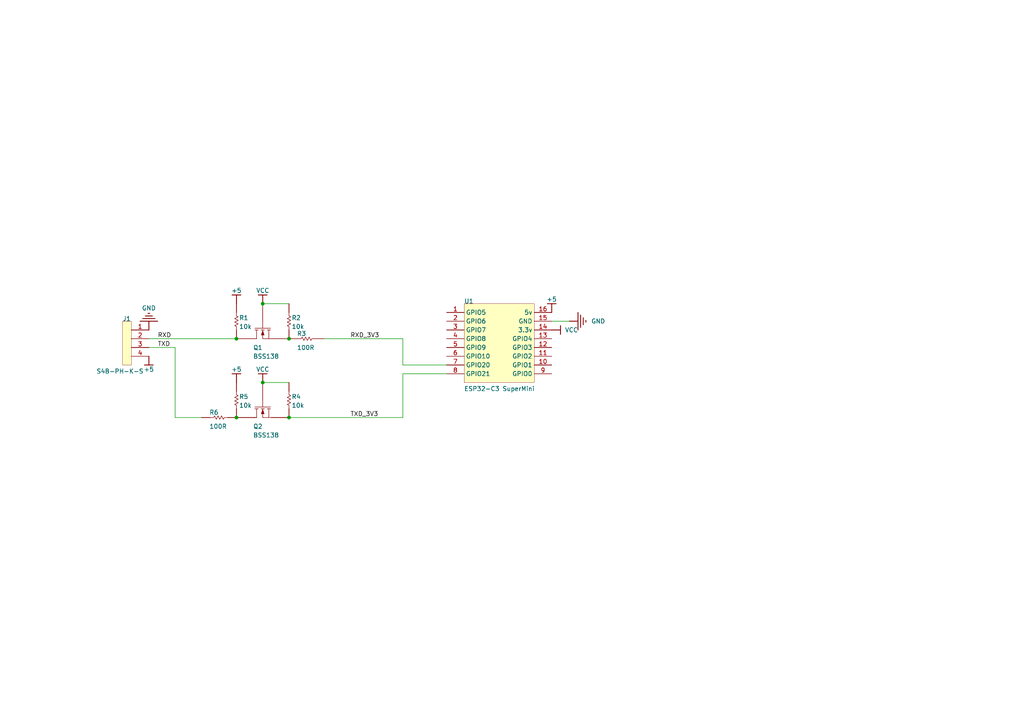
<source format=kicad_sch>
(kicad_sch (version 20250114) (generator "eeschema") (generator_version "9.0")
  (paper "A4")
  (lib_symbols
    (symbol "Espressif ESP32 Modules:root_0_ESP32-C3 SuperMini_Espressif ESP32 Modules.IntLib"
      (symbol "root_0_ESP32-C3 SuperMini_Espressif ESP32 Modules.IntLib_1_0"
        (rectangle (start 10.16 12.7) (end -10.16 -10.16) (stroke (width 0.0254) (color 128 0 0 1)) (fill (type background)))
        (pin passive line (at -15.24 10.16 0) (length 5.08) (name "GPIO5") (number "1"))
        (pin passive line (at -15.24 7.62 0) (length 5.08) (name "GPIO6") (number "2"))
        (pin passive line (at -15.24 5.08 0) (length 5.08) (name "GPIO7") (number "3"))
        (pin passive line (at -15.24 2.54 0) (length 5.08) (name "GPIO8") (number "4"))
        (pin passive line (at -15.24 0 0) (length 5.08) (name "GPIO9") (number "5"))
        (pin passive line (at -15.24 -2.54 0) (length 5.08) (name "GPIO10") (number "6"))
        (pin passive line (at -15.24 -5.08 0) (length 5.08) (name "GPIO20") (number "7"))
        (pin passive line (at -15.24 -7.62 0) (length 5.08) (name "GPIO21") (number "8"))
        (pin power_in line (at 15.24 10.16 180) (length 5.08) (name "5v") (number "16"))
        (pin power_in line (at 15.24 7.62 180) (length 5.08) (name "GND") (number "15"))
        (pin power_in line (at 15.24 5.08 180) (length 5.08) (name "3.3v") (number "14"))
        (pin passive line (at 15.24 2.54 180) (length 5.08) (name "GPIO4") (number "13"))
        (pin passive line (at 15.24 0 180) (length 5.08) (name "GPIO3") (number "12"))
        (pin passive line (at 15.24 -2.54 180) (length 5.08) (name "GPIO2") (number "11"))
        (pin passive line (at 15.24 -5.08 180) (length 5.08) (name "GPIO1") (number "10"))
        (pin passive line (at 15.24 -7.62 180) (length 5.08) (name "GPIO0") (number "9"))
      )
    )
    (symbol "JST Wire to Board Connectors:root_0_mirrored_S4B-PH-K-S_JST Wire to Board Connectors.IntLib" (pin_names (hide yes))
      (symbol "root_0_mirrored_S4B-PH-K-S_JST Wire to Board Connectors.IntLib_1_0"
        (rectangle (start 0 5.08) (end -2.54 -7.62) (stroke (width 0.0254) (color 128 0 0 1)) (fill (type background)))
        (pin passive line (at 5.08 2.54 180) (length 5.08) (name "1") (number "1"))
        (pin passive line (at 5.08 0 180) (length 5.08) (name "2") (number "2"))
        (pin passive line (at 5.08 -2.54 180) (length 5.08) (name "3") (number "3"))
        (pin passive line (at 5.08 -5.08 180) (length 5.08) (name "4") (number "4"))
      )
    )
    (symbol "Panasonic Resistor:root_0_ERA3Y_Panasonic Resistor.IntLib" (pin_numbers (hide yes)) (pin_names (hide yes))
      (symbol "root_0_ERA3Y_Panasonic Resistor.IntLib_1_0"
        (polyline (pts (xy 5.08 -2.54) (xy 4.064 -2.54) (xy 3.81 -3.048) (xy 3.302 -2.032) (xy 2.794 -3.048) (xy 2.286 -2.032) (xy 1.778 -3.048) (xy 1.27 -2.032) (xy 1.016 -2.54) (xy 0 -2.54)))
        (pin passive line (at -2.54 -2.54 0) (length 2.54) (name "1") (number "1"))
        (pin passive line (at 7.62 -2.54 180) (length 2.54) (name "2") (number "2"))
      )
    )
    (symbol "Panasonic Resistor:root_1_ERA3Y_Panasonic Resistor.IntLib" (pin_numbers (hide yes)) (pin_names (hide yes))
      (symbol "root_1_ERA3Y_Panasonic Resistor.IntLib_1_0"
        (polyline (pts (xy 2.54 5.08) (xy 2.54 4.064) (xy 3.048 3.81) (xy 2.032 3.302) (xy 3.048 2.794) (xy 2.032 2.286) (xy 3.048 1.778) (xy 2.032 1.27) (xy 2.54 1.016) (xy 2.54 0)))
        (pin passive line (at 2.54 7.62 270) (length 2.54) (name "2") (number "2"))
        (pin passive line (at 2.54 -2.54 90) (length 2.54) (name "1") (number "1"))
      )
    )
    (symbol "Zetex Discrete MOSFET:root_3_mirrored_BSS138_Zetex Discrete MOSFET.IntLib" (pin_numbers (hide yes)) (pin_names (hide yes))
      (symbol "root_3_mirrored_BSS138_Zetex Discrete MOSFET.IntLib_1_0"
        (polyline (pts (xy 0.254 -2.032) (xy 4.826 -2.032)))
        (polyline (pts (xy 0.254 -2.54) (xy 1.27 -2.54)))
        (polyline (pts (xy 0.762 -5.08) (xy 0 -5.08)))
        (polyline (pts (xy 0.762 -5.08) (xy 0 -5.08)))
        (polyline (pts (xy 0.762 -5.08) (xy 0.762 -2.54)))
        (polyline (pts (xy 2.54 0) (xy 2.54 -2.032)))
        (polyline (pts (xy 2.54 -2.54) (xy 3.048 -4.064) (xy 2.032 -4.064) (xy 2.54 -2.54)) (stroke (width -0.0001)) (fill (type outline)))
        (polyline (pts (xy 2.54 -5.08) (xy 2.54 -2.54)))
        (polyline (pts (xy 2.54 -5.08) (xy 5.08 -5.08)))
        (polyline (pts (xy 3.048 -2.54) (xy 2.032 -2.54)))
        (polyline (pts (xy 4.318 -5.08) (xy 4.318 -2.54)))
        (polyline (pts (xy 4.826 -2.54) (xy 3.81 -2.54)))
        (pin passive line (at -5.08 -5.08 0) (length 5.08) (name "D") (number "1"))
        (pin passive line (at 2.54 5.08 270) (length 5.08) (name "G") (number "3"))
        (pin passive line (at 10.16 -5.08 180) (length 5.08) (name "S") (number "2"))
      )
    )
    (symbol "electriQ_ESPHome-altium-import:+5_BAR" (power)
      (property "Value" "+5" (at 0 -3.81 0))
      (symbol "+5_BAR_0_0"
        (polyline (pts (xy -1.27 -2.54) (xy 1.27 -2.54)) (stroke (width 0.254)))
        (polyline (pts (xy 0 0) (xy 0 -2.54)) (stroke (width 0.254)))
        (pin power_in line (at 0 0 0) (length 0) (hide yes) (name "+5") (number ""))
      )
    )
    (symbol "electriQ_ESPHome-altium-import:GND_POWER_GROUND" (power)
      (property "Value" "GND" (at 0 -6.35 0))
      (symbol "GND_POWER_GROUND_0_0"
        (polyline (pts (xy -2.54 -2.54) (xy 2.54 -2.54)) (stroke (width 0.254)))
        (polyline (pts (xy -1.778 -3.302) (xy 1.778 -3.302)) (stroke (width 0.254)))
        (polyline (pts (xy -1.016 -4.064) (xy 1.016 -4.064)) (stroke (width 0.254)))
        (polyline (pts (xy -0.254 -4.826) (xy 0.254 -4.826)) (stroke (width 0.254)))
        (polyline (pts (xy 0 0) (xy 0 -2.54)) (stroke (width 0.254)))
        (pin power_in line (at 0 0 0) (length 0) (hide yes) (name "GND") (number ""))
      )
    )
    (symbol "electriQ_ESPHome-altium-import:VCC_BAR" (power)
      (property "Value" "VCC" (at 0 -3.81 0))
      (symbol "VCC_BAR_0_0"
        (polyline (pts (xy -1.27 -2.54) (xy 1.27 -2.54)) (stroke (width 0.254)))
        (polyline (pts (xy 0 0) (xy 0 -2.54)) (stroke (width 0.254)))
        (pin power_in line (at 0 0 0) (length 0) (hide yes) (name "VCC") (number ""))
      )
    )
  )
  (junction (at 76.2 110.9472))
  (junction (at 83.82 98.2472))
  (junction (at 83.82 121.1072))
  (junction (at 68.58 98.2472))
  (junction (at 68.58 121.1072))
  (junction (at 76.2 88.0872))
  (wire (pts (xy 116.84 108.4072) (xy 129.54 108.4072)))
  (wire (pts (xy 50.8 100.7872) (xy 50.8 121.1072)))
  (wire (pts (xy 116.84 121.1072) (xy 116.84 108.4072)))
  (wire (pts (xy 116.84 105.8672) (xy 116.84 98.2472)))
  (wire (pts (xy 43.18 100.7872) (xy 50.8 100.7872)))
  (wire (pts (xy 43.18 98.2472) (xy 68.58 98.2472)))
  (wire (pts (xy 129.54 105.8672) (xy 116.84 105.8672)))
  (wire (pts (xy 116.84 98.2472) (xy 93.98 98.2472)))
  (wire (pts (xy 165.1 93.1672) (xy 160.02 93.1672)))
  (wire (pts (xy 76.2 110.9472) (xy 83.82 110.9472)))
  (wire (pts (xy 76.2 88.0872) (xy 83.82 88.0872)))
  (wire (pts (xy 50.8 121.1072) (xy 58.42 121.1072)))
  (wire (pts (xy 83.82 121.1072) (xy 116.84 121.1072)))
  (label "TXD" (at 45.72 100.7872 0))
  (label "RXD_3V3" (at 101.6 98.2472 0))
  (label "RXD" (at 45.72 98.2472 0))
  (label "TXD_3V3" (at 101.6 121.1072 0))
  (symbol (lib_id "Zetex Discrete MOSFET:root_3_mirrored_BSS138_Zetex Discrete MOSFET.IntLib") (at 73.66 93.1672 0) (unit 1)
    (property "Reference" "Q1" (at 73.406 101.5492 0) (effects (justify left bottom)))
    (property "Value" "BSS138" (at 73.406 104.0892 0) (effects (justify left bottom)))
    (property "Footprint" "SOT23" (effects (hide yes)))
    (property "Description" "N-Channel Enhancement Mode Vertical DMOS FET" (effects (hide yes)))
    (property "PUBLISHED" "17-Dec-2003" (effects (hide yes)))
    (property "DATASHEETVERSION" "Mar-96" (effects (hide yes)))
    (property "PACKAGEVERSION" "1996" (effects (hide yes)))
    (property "PACKAGEREFERENCE" "SOT23" (effects (hide yes)))
    (property "PUBLISHER" "Altium Limited" (effects (hide yes)))
    (property "PACKAGEDESCRIPTION" "SOT-23; 3 Leads; Body 3.1 x 2.5 mm, inc. leads (LxW max), Alternate Lead Configuration" (effects (hide yes)))
    (property "COMPONENTLINK1DESCRIPTION" "Manufacturer Link" (effects (hide yes)))
    (property "COMPONENTLINK1URL" "http://www.zetex.com/" (effects (hide yes)))
    (property "COMPONENTLINK2DESCRIPTION" "Datasheet" (effects (hide yes)))
    (property "COMPONENTLINK2URL" "www.zetex.com/3.0/pdf/BSS138.pdf" (effects (hide yes)))
  )
  (symbol (lib_id "Espressif ESP32 Modules:root_0_ESP32-C3 SuperMini_Espressif ESP32 Modules.IntLib") (at 144.78 100.7872 0) (unit 1)
    (property "Reference" "U1" (at 134.62 88.0872 0) (effects (justify left bottom)))
    (property "Value" "ESP32-C3 SuperMini" (at 134.62 113.4872 0) (effects (justify left bottom)))
    (property "Footprint" "ESP32-C3 SuperMini" (effects (hide yes)))
  )
  (symbol (lib_id "electriQ_ESPHome-altium-import:+5_BAR") (at 160.02 90.6272 180) (unit 1)
    (property "Reference" "#PWR?" (effects (hide yes)))
    (property "Value" "+5" (at 160.02 86.8172 0))
  )
  (symbol (lib_id "JST Wire to Board Connectors:root_0_mirrored_S4B-PH-K-S_JST Wire to Board Connectors.IntLib") (at 38.1 98.2472 0) (unit 1)
    (property "Reference" "J1" (at 35.56 93.1672 0) (effects (justify left bottom)))
    (property "Value" "S4B-PH-K-S" (at 27.94 108.4072 0) (effects (justify left bottom)))
    (property "Footprint" "s4b-ph-k-s" (effects (hide yes)))
    (property "SUPPLIER 1" "RS" (effects (hide yes)))
    (property "SUPPLIER PART NUMBER 1" "8201507" (effects (hide yes)))
    (property "SUPPLIER 2" "Mouser" (effects (hide yes)))
    (property "SUPPLIER PART NUMBER 2" "306-S4BPHKSLFSN" (effects (hide yes)))
  )
  (symbol (lib_id "Panasonic Resistor:root_1_ERA3Y_Panasonic Resistor.IntLib") (at 81.28 118.5672 0) (unit 1)
    (property "Reference" "R4" (at 84.582 115.7732 0) (effects (justify left bottom)))
    (property "Value" "10k" (at 84.582 118.3132 0) (effects (justify left bottom)))
    (property "Footprint" "ERA-0603" (effects (hide yes)))
    (property "Description" "Rectangular Thick Film Chip Resistor, 10 Ohm to 330k Ohm Range, 0.1% and 0.5% Tolerance, 0603 Size, 0.063 W" (effects (hide yes)))
    (property "PUBLISHED" "17-Dec-2003" (effects (hide yes)))
    (property "LATESTREVISIONDATE" "19-Mar-2004" (effects (hide yes)))
    (property "LATESTREVISIONNOTE" "Silkscreen size reduced." (effects (hide yes)))
    (property "PACKAGEDOCUMENT" "Mar-2003" (effects (hide yes)))
    (property "PACKAGEREFERENCE" "ERA-0603" (effects (hide yes)))
    (property "PUBLISHER" "Altium Limited" (effects (hide yes)))
    (property "NOTE" "If flow soldering, adjust pad width of PCB Footprint to 0.7 - 0.8 times the width of the resistor." (effects (hide yes)))
    (property "CODE_IPC" "1608 [0603]" (effects (hide yes)))
    (property "COMPONENTLINK1DESCRIPTION" "Manufacturer Link" (effects (hide yes)))
    (property "COMPONENTLINK1URL" "http://www.panasonic.com/industrial/components/resistive_products.htm" (effects (hide yes)))
    (property "COMPONENTLINK2DESCRIPTION" "Datasheet" (effects (hide yes)))
    (property "COMPONENTLINK2URL" "http://www.panasonic.com/industrial/components/pdf/AOA0000CE8.pdf" (effects (hide yes)))
  )
  (symbol (lib_id "Panasonic Resistor:root_0_ERA3Y_Panasonic Resistor.IntLib") (at 86.36 95.7072 0) (unit 1)
    (property "Reference" "R3" (at 86.106 97.4852 0) (effects (justify left bottom)))
    (property "Value" "100R" (at 86.106 101.5492 0) (effects (justify left bottom)))
    (property "Footprint" "ERA-0603" (effects (hide yes)))
    (property "Description" "Rectangular Thick Film Chip Resistor, 10 Ohm to 330k Ohm Range, 0.1% and 0.5% Tolerance, 0603 Size, 0.063 W" (effects (hide yes)))
    (property "PUBLISHED" "17-Dec-2003" (effects (hide yes)))
    (property "LATESTREVISIONDATE" "19-Mar-2004" (effects (hide yes)))
    (property "LATESTREVISIONNOTE" "Silkscreen size reduced." (effects (hide yes)))
    (property "PACKAGEDOCUMENT" "Mar-2003" (effects (hide yes)))
    (property "PACKAGEREFERENCE" "ERA-0603" (effects (hide yes)))
    (property "PUBLISHER" "Altium Limited" (effects (hide yes)))
    (property "NOTE" "If flow soldering, adjust pad width of PCB Footprint to 0.7 - 0.8 times the width of the resistor." (effects (hide yes)))
    (property "CODE_IPC" "1608 [0603]" (effects (hide yes)))
    (property "COMPONENTLINK1DESCRIPTION" "Manufacturer Link" (effects (hide yes)))
    (property "COMPONENTLINK1URL" "http://www.panasonic.com/industrial/components/resistive_products.htm" (effects (hide yes)))
    (property "COMPONENTLINK2DESCRIPTION" "Datasheet" (effects (hide yes)))
    (property "COMPONENTLINK2URL" "http://www.panasonic.com/industrial/components/pdf/AOA0000CE8.pdf" (effects (hide yes)))
  )
  (symbol (lib_id "Panasonic Resistor:root_1_ERA3Y_Panasonic Resistor.IntLib") (at 81.28 95.7072 0) (unit 1)
    (property "Reference" "R2" (at 84.582 92.9132 0) (effects (justify left bottom)))
    (property "Value" "10k" (at 84.582 95.4532 0) (effects (justify left bottom)))
    (property "Footprint" "ERA-0603" (effects (hide yes)))
    (property "Description" "Rectangular Thick Film Chip Resistor, 10 Ohm to 330k Ohm Range, 0.1% and 0.5% Tolerance, 0603 Size, 0.063 W" (effects (hide yes)))
    (property "PUBLISHED" "17-Dec-2003" (effects (hide yes)))
    (property "LATESTREVISIONDATE" "19-Mar-2004" (effects (hide yes)))
    (property "LATESTREVISIONNOTE" "Silkscreen size reduced." (effects (hide yes)))
    (property "PACKAGEDOCUMENT" "Mar-2003" (effects (hide yes)))
    (property "PACKAGEREFERENCE" "ERA-0603" (effects (hide yes)))
    (property "PUBLISHER" "Altium Limited" (effects (hide yes)))
    (property "NOTE" "If flow soldering, adjust pad width of PCB Footprint to 0.7 - 0.8 times the width of the resistor." (effects (hide yes)))
    (property "CODE_IPC" "1608 [0603]" (effects (hide yes)))
    (property "COMPONENTLINK1DESCRIPTION" "Manufacturer Link" (effects (hide yes)))
    (property "COMPONENTLINK1URL" "http://www.panasonic.com/industrial/components/resistive_products.htm" (effects (hide yes)))
    (property "COMPONENTLINK2DESCRIPTION" "Datasheet" (effects (hide yes)))
    (property "COMPONENTLINK2URL" "http://www.panasonic.com/industrial/components/pdf/AOA0000CE8.pdf" (effects (hide yes)))
  )
  (symbol (lib_id "electriQ_ESPHome-altium-import:VCC_BAR") (at 76.2 110.9472 180) (unit 1)
    (property "Reference" "#PWR?" (effects (hide yes)))
    (property "Value" "VCC" (at 76.2 107.1372 0))
  )
  (symbol (lib_id "Zetex Discrete MOSFET:root_3_mirrored_BSS138_Zetex Discrete MOSFET.IntLib") (at 73.66 116.0272 0) (unit 1)
    (property "Reference" "Q2" (at 73.406 124.4092 0) (effects (justify left bottom)))
    (property "Value" "BSS138" (at 73.406 126.9492 0) (effects (justify left bottom)))
    (property "Footprint" "SOT23" (effects (hide yes)))
    (property "Description" "N-Channel Enhancement Mode Vertical DMOS FET" (effects (hide yes)))
    (property "PUBLISHED" "17-Dec-2003" (effects (hide yes)))
    (property "DATASHEETVERSION" "Mar-96" (effects (hide yes)))
    (property "PACKAGEVERSION" "1996" (effects (hide yes)))
    (property "PACKAGEREFERENCE" "SOT23" (effects (hide yes)))
    (property "PUBLISHER" "Altium Limited" (effects (hide yes)))
    (property "PACKAGEDESCRIPTION" "SOT-23; 3 Leads; Body 3.1 x 2.5 mm, inc. leads (LxW max), Alternate Lead Configuration" (effects (hide yes)))
    (property "COMPONENTLINK1DESCRIPTION" "Manufacturer Link" (effects (hide yes)))
    (property "COMPONENTLINK1URL" "http://www.zetex.com/" (effects (hide yes)))
    (property "COMPONENTLINK2DESCRIPTION" "Datasheet" (effects (hide yes)))
    (property "COMPONENTLINK2URL" "www.zetex.com/3.0/pdf/BSS138.pdf" (effects (hide yes)))
  )
  (symbol (lib_id "electriQ_ESPHome-altium-import:+5_BAR") (at 43.18 103.3272 0) (unit 1)
    (property "Reference" "#PWR?" (effects (hide yes)))
    (property "Value" "+5" (at 43.18 107.1372 0))
  )
  (symbol (lib_id "Panasonic Resistor:root_0_ERA3Y_Panasonic Resistor.IntLib") (at 60.96 118.5672 0) (unit 1)
    (property "Reference" "R6" (at 60.706 120.3452 0) (effects (justify left bottom)))
    (property "Value" "100R" (at 60.706 124.4092 0) (effects (justify left bottom)))
    (property "Footprint" "ERA-0603" (effects (hide yes)))
    (property "Description" "Rectangular Thick Film Chip Resistor, 10 Ohm to 330k Ohm Range, 0.1% and 0.5% Tolerance, 0603 Size, 0.063 W" (effects (hide yes)))
    (property "PUBLISHED" "17-Dec-2003" (effects (hide yes)))
    (property "LATESTREVISIONDATE" "19-Mar-2004" (effects (hide yes)))
    (property "LATESTREVISIONNOTE" "Silkscreen size reduced." (effects (hide yes)))
    (property "PACKAGEDOCUMENT" "Mar-2003" (effects (hide yes)))
    (property "PACKAGEREFERENCE" "ERA-0603" (effects (hide yes)))
    (property "PUBLISHER" "Altium Limited" (effects (hide yes)))
    (property "NOTE" "If flow soldering, adjust pad width of PCB Footprint to 0.7 - 0.8 times the width of the resistor." (effects (hide yes)))
    (property "CODE_IPC" "1608 [0603]" (effects (hide yes)))
    (property "COMPONENTLINK1DESCRIPTION" "Manufacturer Link" (effects (hide yes)))
    (property "COMPONENTLINK1URL" "http://www.panasonic.com/industrial/components/resistive_products.htm" (effects (hide yes)))
    (property "COMPONENTLINK2DESCRIPTION" "Datasheet" (effects (hide yes)))
    (property "COMPONENTLINK2URL" "http://www.panasonic.com/industrial/components/pdf/AOA0000CE8.pdf" (effects (hide yes)))
  )
  (symbol (lib_id "electriQ_ESPHome-altium-import:+5_BAR") (at 68.58 110.9472 180) (unit 1)
    (property "Reference" "#PWR?" (effects (hide yes)))
    (property "Value" "+5" (at 68.58 107.1372 0))
  )
  (symbol (lib_id "electriQ_ESPHome-altium-import:+5_BAR") (at 68.58 88.0872 180) (unit 1)
    (property "Reference" "#PWR?" (effects (hide yes)))
    (property "Value" "+5" (at 68.58 84.2772 0))
  )
  (symbol (lib_id "Panasonic Resistor:root_1_ERA3Y_Panasonic Resistor.IntLib") (at 66.04 95.7072 0) (unit 1)
    (property "Reference" "R1" (at 69.342 92.9132 0) (effects (justify left bottom)))
    (property "Value" "10k" (at 69.342 95.4532 0) (effects (justify left bottom)))
    (property "Footprint" "ERA-0603" (effects (hide yes)))
    (property "Description" "Rectangular Thick Film Chip Resistor, 10 Ohm to 330k Ohm Range, 0.1% and 0.5% Tolerance, 0603 Size, 0.063 W" (effects (hide yes)))
    (property "PUBLISHED" "17-Dec-2003" (effects (hide yes)))
    (property "LATESTREVISIONDATE" "19-Mar-2004" (effects (hide yes)))
    (property "LATESTREVISIONNOTE" "Silkscreen size reduced." (effects (hide yes)))
    (property "PACKAGEDOCUMENT" "Mar-2003" (effects (hide yes)))
    (property "PACKAGEREFERENCE" "ERA-0603" (effects (hide yes)))
    (property "PUBLISHER" "Altium Limited" (effects (hide yes)))
    (property "NOTE" "If flow soldering, adjust pad width of PCB Footprint to 0.7 - 0.8 times the width of the resistor." (effects (hide yes)))
    (property "CODE_IPC" "1608 [0603]" (effects (hide yes)))
    (property "COMPONENTLINK1DESCRIPTION" "Manufacturer Link" (effects (hide yes)))
    (property "COMPONENTLINK1URL" "http://www.panasonic.com/industrial/components/resistive_products.htm" (effects (hide yes)))
    (property "COMPONENTLINK2DESCRIPTION" "Datasheet" (effects (hide yes)))
    (property "COMPONENTLINK2URL" "http://www.panasonic.com/industrial/components/pdf/AOA0000CE8.pdf" (effects (hide yes)))
  )
  (symbol (lib_id "electriQ_ESPHome-altium-import:VCC_BAR") (at 76.2 88.0872 180) (unit 1)
    (property "Reference" "#PWR?" (effects (hide yes)))
    (property "Value" "VCC" (at 76.2 84.2772 0))
  )
  (symbol (lib_id "electriQ_ESPHome-altium-import:GND_POWER_GROUND") (at 165.1 93.1672 90) (unit 1)
    (property "Reference" "#PWR?" (effects (hide yes)))
    (property "Value" "GND" (at 171.45 93.1672 90) (effects (justify right)))
  )
  (symbol (lib_id "electriQ_ESPHome-altium-import:VCC_BAR") (at 160.02 95.7072 90) (unit 1)
    (property "Reference" "#PWR?" (effects (hide yes)))
    (property "Value" "VCC" (at 163.83 95.7072 90) (effects (justify right)))
  )
  (symbol (lib_id "Panasonic Resistor:root_1_ERA3Y_Panasonic Resistor.IntLib") (at 66.04 118.5672 0) (unit 1)
    (property "Reference" "R5" (at 69.342 115.7732 0) (effects (justify left bottom)))
    (property "Value" "10k" (at 69.342 118.3132 0) (effects (justify left bottom)))
    (property "Footprint" "ERA-0603" (effects (hide yes)))
    (property "Description" "Rectangular Thick Film Chip Resistor, 10 Ohm to 330k Ohm Range, 0.1% and 0.5% Tolerance, 0603 Size, 0.063 W" (effects (hide yes)))
    (property "PUBLISHED" "17-Dec-2003" (effects (hide yes)))
    (property "LATESTREVISIONDATE" "19-Mar-2004" (effects (hide yes)))
    (property "LATESTREVISIONNOTE" "Silkscreen size reduced." (effects (hide yes)))
    (property "PACKAGEDOCUMENT" "Mar-2003" (effects (hide yes)))
    (property "PACKAGEREFERENCE" "ERA-0603" (effects (hide yes)))
    (property "PUBLISHER" "Altium Limited" (effects (hide yes)))
    (property "NOTE" "If flow soldering, adjust pad width of PCB Footprint to 0.7 - 0.8 times the width of the resistor." (effects (hide yes)))
    (property "CODE_IPC" "1608 [0603]" (effects (hide yes)))
    (property "COMPONENTLINK1DESCRIPTION" "Manufacturer Link" (effects (hide yes)))
    (property "COMPONENTLINK1URL" "http://www.panasonic.com/industrial/components/resistive_products.htm" (effects (hide yes)))
    (property "COMPONENTLINK2DESCRIPTION" "Datasheet" (effects (hide yes)))
    (property "COMPONENTLINK2URL" "http://www.panasonic.com/industrial/components/pdf/AOA0000CE8.pdf" (effects (hide yes)))
  )
  (symbol (lib_id "electriQ_ESPHome-altium-import:GND_POWER_GROUND") (at 43.18 95.7072 180) (unit 1)
    (property "Reference" "#PWR?" (effects (hide yes)))
    (property "Value" "GND" (at 43.18 89.3572 0))
  )
)
</source>
